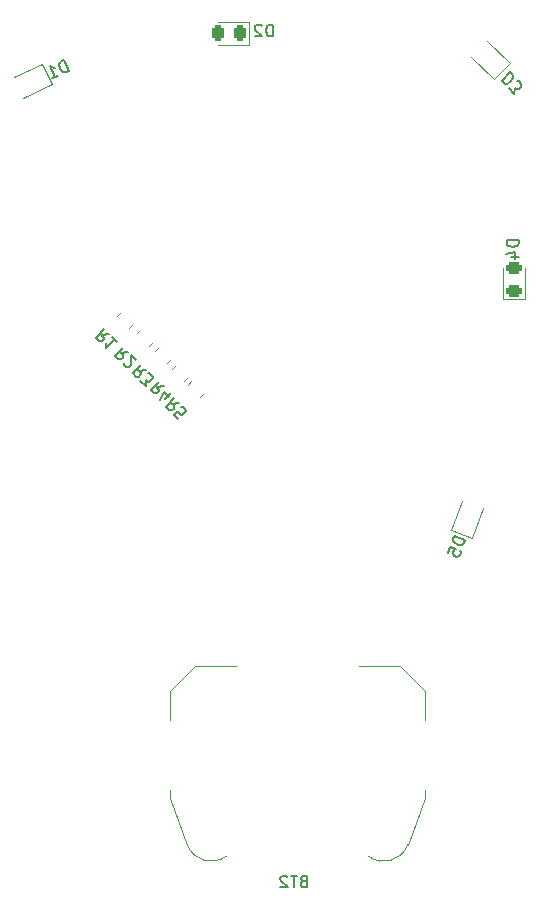
<source format=gbo>
G04 #@! TF.GenerationSoftware,KiCad,Pcbnew,(6.0.10-0)*
G04 #@! TF.CreationDate,2023-09-13T21:46:28+02:00*
G04 #@! TF.ProjectId,SwiftLeeds,53776966-744c-4656-9564-732e6b696361,rev?*
G04 #@! TF.SameCoordinates,Original*
G04 #@! TF.FileFunction,Legend,Bot*
G04 #@! TF.FilePolarity,Positive*
%FSLAX46Y46*%
G04 Gerber Fmt 4.6, Leading zero omitted, Abs format (unit mm)*
G04 Created by KiCad (PCBNEW (6.0.10-0)) date 2023-09-13 21:46:28*
%MOMM*%
%LPD*%
G01*
G04 APERTURE LIST*
G04 Aperture macros list*
%AMRoundRect*
0 Rectangle with rounded corners*
0 $1 Rounding radius*
0 $2 $3 $4 $5 $6 $7 $8 $9 X,Y pos of 4 corners*
0 Add a 4 corners polygon primitive as box body*
4,1,4,$2,$3,$4,$5,$6,$7,$8,$9,$2,$3,0*
0 Add four circle primitives for the rounded corners*
1,1,$1+$1,$2,$3*
1,1,$1+$1,$4,$5*
1,1,$1+$1,$6,$7*
1,1,$1+$1,$8,$9*
0 Add four rect primitives between the rounded corners*
20,1,$1+$1,$2,$3,$4,$5,0*
20,1,$1+$1,$4,$5,$6,$7,0*
20,1,$1+$1,$6,$7,$8,$9,0*
20,1,$1+$1,$8,$9,$2,$3,0*%
G04 Aperture macros list end*
%ADD10C,0.150000*%
%ADD11C,0.120000*%
%ADD12RoundRect,0.250000X-0.132583X0.503814X-0.503814X0.132583X0.132583X-0.503814X0.503814X-0.132583X0*%
%ADD13RoundRect,0.243750X0.345367X-0.385097X0.512102X0.073003X-0.345367X0.385097X-0.512102X-0.073003X0*%
%ADD14RoundRect,0.243750X0.456250X-0.243750X0.456250X0.243750X-0.456250X0.243750X-0.456250X-0.243750X0*%
%ADD15RoundRect,0.243750X0.494975X0.150260X0.150260X0.494975X-0.494975X-0.150260X-0.150260X-0.494975X0*%
%ADD16RoundRect,0.243750X0.243750X0.456250X-0.243750X0.456250X-0.243750X-0.456250X0.243750X-0.456250X0*%
%ADD17RoundRect,0.243750X0.028093X0.516516X-0.413732X0.310490X-0.028093X-0.516516X0.413732X-0.310490X0*%
%ADD18R,1.270000X5.080000*%
%ADD19C,17.800000*%
G04 APERTURE END LIST*
D10*
X137602030Y-73832267D02*
X137029610Y-73933282D01*
X137197969Y-73428206D02*
X136490862Y-74135312D01*
X136760236Y-74404687D01*
X136861251Y-74438358D01*
X136928595Y-74438358D01*
X137029610Y-74404687D01*
X137130625Y-74303671D01*
X137164297Y-74202656D01*
X137164297Y-74135312D01*
X137130625Y-74034297D01*
X136861251Y-73764923D01*
X137534687Y-75179137D02*
X137197969Y-74842419D01*
X137501015Y-74472030D01*
X137501015Y-74539374D01*
X137534687Y-74640389D01*
X137703045Y-74808748D01*
X137804061Y-74842419D01*
X137871404Y-74842419D01*
X137972419Y-74808748D01*
X138140778Y-74640389D01*
X138174450Y-74539374D01*
X138174450Y-74472030D01*
X138140778Y-74371015D01*
X137972419Y-74202656D01*
X137871404Y-74168984D01*
X137804061Y-74168984D01*
X136302030Y-72422267D02*
X135729610Y-72523282D01*
X135897969Y-72018206D02*
X135190862Y-72725312D01*
X135460236Y-72994687D01*
X135561251Y-73028358D01*
X135628595Y-73028358D01*
X135729610Y-72994687D01*
X135830625Y-72893671D01*
X135864297Y-72792656D01*
X135864297Y-72725312D01*
X135830625Y-72624297D01*
X135561251Y-72354923D01*
X136436717Y-73499763D02*
X136908122Y-73028358D01*
X135998984Y-73600778D02*
X136335702Y-72927343D01*
X136773435Y-73365076D01*
X134802030Y-71022267D02*
X134229610Y-71123282D01*
X134397969Y-70618206D02*
X133690862Y-71325312D01*
X133960236Y-71594687D01*
X134061251Y-71628358D01*
X134128595Y-71628358D01*
X134229610Y-71594687D01*
X134330625Y-71493671D01*
X134364297Y-71392656D01*
X134364297Y-71325312D01*
X134330625Y-71224297D01*
X134061251Y-70954923D01*
X134330625Y-71965076D02*
X134768358Y-72402809D01*
X134802030Y-71897732D01*
X134903045Y-71998748D01*
X135004061Y-72032419D01*
X135071404Y-72032419D01*
X135172419Y-71998748D01*
X135340778Y-71830389D01*
X135374450Y-71729374D01*
X135374450Y-71662030D01*
X135340778Y-71561015D01*
X135138748Y-71358984D01*
X135037732Y-71325312D01*
X134970389Y-71325312D01*
X133292030Y-69542267D02*
X132719610Y-69643282D01*
X132887969Y-69138206D02*
X132180862Y-69845312D01*
X132450236Y-70114687D01*
X132551251Y-70148358D01*
X132618595Y-70148358D01*
X132719610Y-70114687D01*
X132820625Y-70013671D01*
X132854297Y-69912656D01*
X132854297Y-69845312D01*
X132820625Y-69744297D01*
X132551251Y-69474923D01*
X132921641Y-70451404D02*
X132921641Y-70518748D01*
X132955312Y-70619763D01*
X133123671Y-70788122D01*
X133224687Y-70821793D01*
X133292030Y-70821793D01*
X133393045Y-70788122D01*
X133460389Y-70720778D01*
X133527732Y-70586091D01*
X133527732Y-69777969D01*
X133965465Y-70215702D01*
X131652030Y-68012267D02*
X131079610Y-68113282D01*
X131247969Y-67608206D02*
X130540862Y-68315312D01*
X130810236Y-68584687D01*
X130911251Y-68618358D01*
X130978595Y-68618358D01*
X131079610Y-68584687D01*
X131180625Y-68483671D01*
X131214297Y-68382656D01*
X131214297Y-68315312D01*
X131180625Y-68214297D01*
X130911251Y-67944923D01*
X132325465Y-68685702D02*
X131921404Y-68281641D01*
X132123435Y-68483671D02*
X131416328Y-69190778D01*
X131450000Y-69022419D01*
X131450000Y-68887732D01*
X131416328Y-68786717D01*
X161837542Y-85471140D02*
X160897849Y-85129120D01*
X160816416Y-85352856D01*
X160812303Y-85503385D01*
X160869224Y-85625453D01*
X160942432Y-85702773D01*
X161105135Y-85812667D01*
X161239376Y-85861527D01*
X161434652Y-85881927D01*
X161540433Y-85869753D01*
X161662501Y-85812832D01*
X161756109Y-85694877D01*
X161837542Y-85471140D01*
X160392962Y-86516285D02*
X160555829Y-86068813D01*
X161019589Y-86186932D01*
X160958555Y-86215393D01*
X160881234Y-86288601D01*
X160799801Y-86512337D01*
X160811975Y-86618118D01*
X160840435Y-86679152D01*
X160913643Y-86756473D01*
X161137379Y-86837906D01*
X161243161Y-86825732D01*
X161304195Y-86797272D01*
X161381515Y-86724064D01*
X161462948Y-86500327D01*
X161450775Y-86394546D01*
X161422314Y-86333512D01*
X166342380Y-60061904D02*
X165342380Y-60061904D01*
X165342380Y-60300000D01*
X165390000Y-60442857D01*
X165485238Y-60538095D01*
X165580476Y-60585714D01*
X165770952Y-60633333D01*
X165913809Y-60633333D01*
X166104285Y-60585714D01*
X166199523Y-60538095D01*
X166294761Y-60442857D01*
X166342380Y-60300000D01*
X166342380Y-60061904D01*
X165675714Y-61490476D02*
X166342380Y-61490476D01*
X165294761Y-61252380D02*
X166009047Y-61014285D01*
X166009047Y-61633333D01*
X165610772Y-45851009D02*
X164903665Y-46558115D01*
X165072024Y-46726474D01*
X165206711Y-46793818D01*
X165341398Y-46793818D01*
X165442413Y-46760146D01*
X165610772Y-46659131D01*
X165711787Y-46558115D01*
X165812803Y-46389757D01*
X165846474Y-46288741D01*
X165846474Y-46154054D01*
X165779131Y-46019367D01*
X165610772Y-45851009D01*
X165543428Y-47197879D02*
X165981161Y-47635612D01*
X166014833Y-47130535D01*
X166115848Y-47231551D01*
X166216864Y-47265222D01*
X166284207Y-47265222D01*
X166385222Y-47231551D01*
X166553581Y-47063192D01*
X166587253Y-46962177D01*
X166587253Y-46894833D01*
X166553581Y-46793818D01*
X166351551Y-46591787D01*
X166250535Y-46558115D01*
X166183192Y-46558115D01*
X145545595Y-42792380D02*
X145545595Y-41792380D01*
X145307500Y-41792380D01*
X145164642Y-41840000D01*
X145069404Y-41935238D01*
X145021785Y-42030476D01*
X144974166Y-42220952D01*
X144974166Y-42363809D01*
X145021785Y-42554285D01*
X145069404Y-42649523D01*
X145164642Y-42744761D01*
X145307500Y-42792380D01*
X145545595Y-42792380D01*
X144593214Y-41887619D02*
X144545595Y-41840000D01*
X144450357Y-41792380D01*
X144212261Y-41792380D01*
X144117023Y-41840000D01*
X144069404Y-41887619D01*
X144021785Y-41982857D01*
X144021785Y-42078095D01*
X144069404Y-42220952D01*
X144640833Y-42792380D01*
X144021785Y-42792380D01*
X128240125Y-45718063D02*
X127817507Y-44811756D01*
X127601720Y-44912379D01*
X127492372Y-45015911D01*
X127446306Y-45142475D01*
X127443398Y-45248915D01*
X127480739Y-45441669D01*
X127541113Y-45571142D01*
X127664769Y-45723647D01*
X127748176Y-45789838D01*
X127874741Y-45835903D01*
X128024338Y-45818687D01*
X128240125Y-45718063D01*
X126859085Y-46362053D02*
X127376975Y-46120557D01*
X127118030Y-46241305D02*
X126695412Y-45334997D01*
X126842101Y-45424220D01*
X126968665Y-45470286D01*
X127075105Y-45473194D01*
X148135714Y-114328571D02*
X147992857Y-114376190D01*
X147945238Y-114423809D01*
X147897619Y-114519047D01*
X147897619Y-114661904D01*
X147945238Y-114757142D01*
X147992857Y-114804761D01*
X148088095Y-114852380D01*
X148469047Y-114852380D01*
X148469047Y-113852380D01*
X148135714Y-113852380D01*
X148040476Y-113900000D01*
X147992857Y-113947619D01*
X147945238Y-114042857D01*
X147945238Y-114138095D01*
X147992857Y-114233333D01*
X148040476Y-114280952D01*
X148135714Y-114328571D01*
X148469047Y-114328571D01*
X147611904Y-113852380D02*
X147040476Y-113852380D01*
X147326190Y-114852380D02*
X147326190Y-113852380D01*
X146754761Y-113947619D02*
X146707142Y-113900000D01*
X146611904Y-113852380D01*
X146373809Y-113852380D01*
X146278571Y-113900000D01*
X146230952Y-113947619D01*
X146183333Y-114042857D01*
X146183333Y-114138095D01*
X146230952Y-114280952D01*
X146802380Y-114852380D01*
X146183333Y-114852380D01*
D11*
X138650835Y-71989718D02*
X138329718Y-72310835D01*
X139690282Y-73029165D02*
X139369165Y-73350282D01*
X138350282Y-71669165D02*
X138029165Y-71990282D01*
X137310835Y-70629718D02*
X136989718Y-70950835D01*
X136900282Y-70139165D02*
X136579165Y-70460282D01*
X135860835Y-69099718D02*
X135539718Y-69420835D01*
X135360282Y-68669165D02*
X135039165Y-68990282D01*
X134320835Y-67629718D02*
X133999718Y-67950835D01*
X132660835Y-66119718D02*
X132339718Y-66440835D01*
X133700282Y-67159165D02*
X133379165Y-67480282D01*
X160621591Y-84615043D02*
X161539915Y-82091968D01*
X162425801Y-85271721D02*
X160621591Y-84615043D01*
X163344125Y-82748647D02*
X162425801Y-85271721D01*
X165010000Y-65065000D02*
X165010000Y-62380000D01*
X166930000Y-65065000D02*
X165010000Y-65065000D01*
X166930000Y-62380000D02*
X166930000Y-65065000D01*
X164232652Y-46420297D02*
X162334071Y-44521716D01*
X165590297Y-45062652D02*
X164232652Y-46420297D01*
X163691716Y-43164071D02*
X165590297Y-45062652D01*
X140860000Y-41590000D02*
X143545000Y-41590000D01*
X143545000Y-41590000D02*
X143545000Y-43510000D01*
X143545000Y-43510000D02*
X140860000Y-43510000D01*
X123586100Y-46235651D02*
X126019536Y-45100921D01*
X126019536Y-45100921D02*
X126830963Y-46841032D01*
X126830963Y-46841032D02*
X124397527Y-47975762D01*
X152820000Y-96100000D02*
X156320000Y-96100000D01*
X136840000Y-106640000D02*
X136840000Y-107270000D01*
X138920000Y-96100000D02*
X136840000Y-98180000D01*
X136840000Y-98180000D02*
X136840000Y-100640000D01*
X158400000Y-98180000D02*
X158400000Y-100640000D01*
X158400000Y-106640000D02*
X158400000Y-107270000D01*
X138920000Y-96100000D02*
X142420000Y-96100000D01*
X136840000Y-107270000D02*
X138280000Y-111220000D01*
X158400000Y-107270000D02*
X156960000Y-111220000D01*
X156320000Y-96100000D02*
X158400000Y-98180000D01*
X138294756Y-111228169D02*
G75*
G03*
X141620000Y-112190000I2015244J738169D01*
G01*
X153623354Y-112206530D02*
G75*
G03*
X156960000Y-111220000I1306646J1716531D01*
G01*
%LPC*%
G36*
X145857352Y-43657152D02*
G01*
X147025418Y-43718365D01*
X147949193Y-43819926D01*
X148284703Y-43884006D01*
X149399807Y-44257781D01*
X150619208Y-44852459D01*
X151806039Y-45596437D01*
X152365048Y-46018671D01*
X152975535Y-46450771D01*
X153491864Y-46619042D01*
X154032993Y-46527095D01*
X154717879Y-46178538D01*
X154856756Y-46094275D01*
X156318151Y-45320874D01*
X157766074Y-44788904D01*
X159159215Y-44496082D01*
X160456265Y-44440125D01*
X161615916Y-44618749D01*
X162596859Y-45029670D01*
X163357783Y-45670604D01*
X163857381Y-46539270D01*
X163876199Y-46592855D01*
X164144176Y-47841426D01*
X164116969Y-49182114D01*
X163788696Y-50648997D01*
X163153474Y-52276155D01*
X162754300Y-53092262D01*
X162387954Y-53834786D01*
X162101078Y-54479440D01*
X161933046Y-54934355D01*
X161905535Y-55072600D01*
X162019791Y-55403879D01*
X162312323Y-55885009D01*
X162549337Y-56199680D01*
X163320179Y-57289093D01*
X163995720Y-58513054D01*
X164508380Y-59735712D01*
X164760210Y-60644068D01*
X164862272Y-61483801D01*
X164913592Y-62616515D01*
X164917240Y-63959924D01*
X164876289Y-65431741D01*
X164793810Y-66949681D01*
X164672874Y-68431460D01*
X164516553Y-69794790D01*
X164387199Y-70637552D01*
X163585588Y-74507418D01*
X162553099Y-78310366D01*
X161314632Y-81971534D01*
X159895088Y-85416061D01*
X158586782Y-88076358D01*
X157881447Y-89356764D01*
X157299442Y-90316752D01*
X156818543Y-90985950D01*
X156416527Y-91393990D01*
X156071170Y-91570502D01*
X155956660Y-91583074D01*
X155494781Y-91459960D01*
X155253092Y-91276920D01*
X155168675Y-91095180D01*
X155106799Y-90754011D01*
X155065676Y-90211442D01*
X155043521Y-89425504D01*
X155038545Y-88354228D01*
X155048961Y-86955643D01*
X155053319Y-86585502D01*
X155038042Y-82540852D01*
X154895744Y-78541041D01*
X154631861Y-74664811D01*
X154251827Y-70990903D01*
X153761080Y-67598057D01*
X153729954Y-67415164D01*
X153506179Y-66221666D01*
X153293278Y-65359785D01*
X153070918Y-64783317D01*
X152818768Y-64446061D01*
X152516495Y-64301815D01*
X152353553Y-64287552D01*
X152045381Y-64388946D01*
X151491654Y-64668313D01*
X150758922Y-65088424D01*
X149913735Y-65612053D01*
X149473255Y-65898746D01*
X148404806Y-66594411D01*
X147611744Y-67082359D01*
X147063110Y-67378189D01*
X146727944Y-67497504D01*
X146575285Y-67455902D01*
X146557992Y-67367775D01*
X146619946Y-67124305D01*
X146773781Y-66641747D01*
X146930908Y-66183074D01*
X147156886Y-65302737D01*
X147277611Y-64323071D01*
X147287962Y-63374597D01*
X147182820Y-62587837D01*
X147083557Y-62291957D01*
X146744855Y-61836059D01*
X146334761Y-61524829D01*
X145663883Y-61326874D01*
X144764298Y-61263384D01*
X143760420Y-61330886D01*
X142776663Y-61525907D01*
X142430876Y-61633820D01*
X141833290Y-61835766D01*
X141382326Y-61973284D01*
X141203522Y-62012925D01*
X141083439Y-61956555D01*
X141094686Y-61763521D01*
X141255514Y-61397933D01*
X141584174Y-60823901D01*
X142098917Y-60005536D01*
X142665983Y-59137114D01*
X143253762Y-58215904D01*
X143738318Y-57398385D01*
X144085728Y-56745763D01*
X144262073Y-56319246D01*
X144277177Y-56229880D01*
X144210243Y-55891955D01*
X143978146Y-55616439D01*
X143533941Y-55382391D01*
X142830681Y-55168872D01*
X141821421Y-54954941D01*
X141149565Y-54834774D01*
X137519983Y-54303913D01*
X133603545Y-53903417D01*
X129471151Y-53638228D01*
X125193700Y-53513288D01*
X122167316Y-53511741D01*
X120618177Y-53525665D01*
X119407762Y-53523405D01*
X118495790Y-53497450D01*
X117841982Y-53440285D01*
X117406056Y-53344397D01*
X117147730Y-53202274D01*
X117026725Y-53006400D01*
X117002760Y-52749264D01*
X117019459Y-52551538D01*
X117174323Y-52191719D01*
X117576264Y-51771834D01*
X118248115Y-51276366D01*
X119212708Y-50689801D01*
X120492877Y-49996622D01*
X121625684Y-49421381D01*
X125151872Y-47829420D01*
X128884060Y-46447269D01*
X132724208Y-45303941D01*
X136574279Y-44428445D01*
X140336233Y-43849793D01*
X140526049Y-43828536D01*
X141779342Y-43721980D01*
X143145119Y-43658322D01*
X144534187Y-43636926D01*
X145857352Y-43657152D01*
G37*
D12*
X139655235Y-72024765D03*
X138364765Y-73315235D03*
X137024765Y-71955235D03*
X138315235Y-70664765D03*
X135574765Y-70425235D03*
X136865235Y-69134765D03*
X134034765Y-68955235D03*
X135325235Y-67664765D03*
X133665235Y-66154765D03*
X132374765Y-67445235D03*
D13*
X161779356Y-84240962D03*
X162420644Y-82479038D03*
D14*
X165970000Y-64317500D03*
X165970000Y-62442500D03*
D15*
X164382913Y-45212913D03*
X163057087Y-43887087D03*
D16*
X140922500Y-42550000D03*
X142797500Y-42550000D03*
D17*
X124048457Y-47079293D03*
X125747785Y-46286883D03*
D18*
X136635000Y-103640000D03*
X158605000Y-103640000D03*
D19*
X147620000Y-103640000D03*
M02*

</source>
